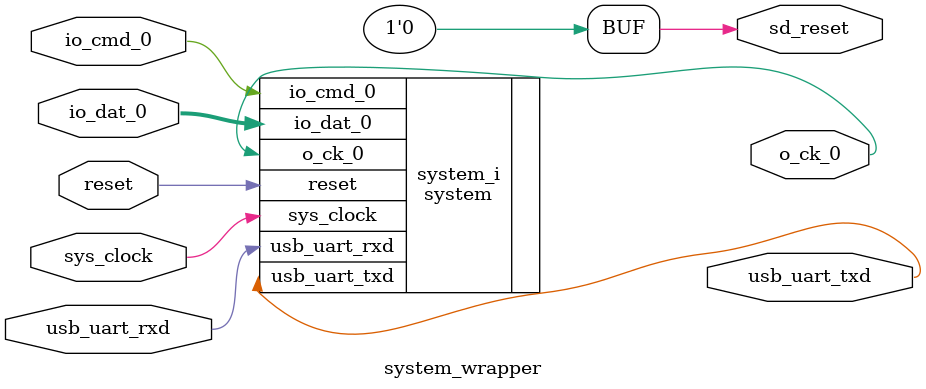
<source format=v>
`timescale 1 ps / 1 ps

module system_wrapper
   (io_cmd_0,
    io_dat_0,
    o_ck_0,
    reset,
    sys_clock,
    usb_uart_rxd,
    usb_uart_txd,
    sd_reset);
  inout io_cmd_0;
  inout [3:0]io_dat_0;
  output o_ck_0;
  input reset;
  input sys_clock;
  input usb_uart_rxd;
  output usb_uart_txd;
  output wire sd_reset;

  wire io_cmd_0;
  wire [3:0]io_dat_0;
  wire o_ck_0;
  wire reset;
  wire sys_clock;
  wire usb_uart_rxd;
  wire usb_uart_txd;
  
  assign sd_reset = 1'b0; // Active low for powering micro sd slot
  
  system system_i
       (.io_cmd_0(io_cmd_0),
        .io_dat_0(io_dat_0),
        .o_ck_0(o_ck_0),
        .reset(reset),
        .sys_clock(sys_clock),
        .usb_uart_rxd(usb_uart_rxd),
        .usb_uart_txd(usb_uart_txd));
endmodule

</source>
